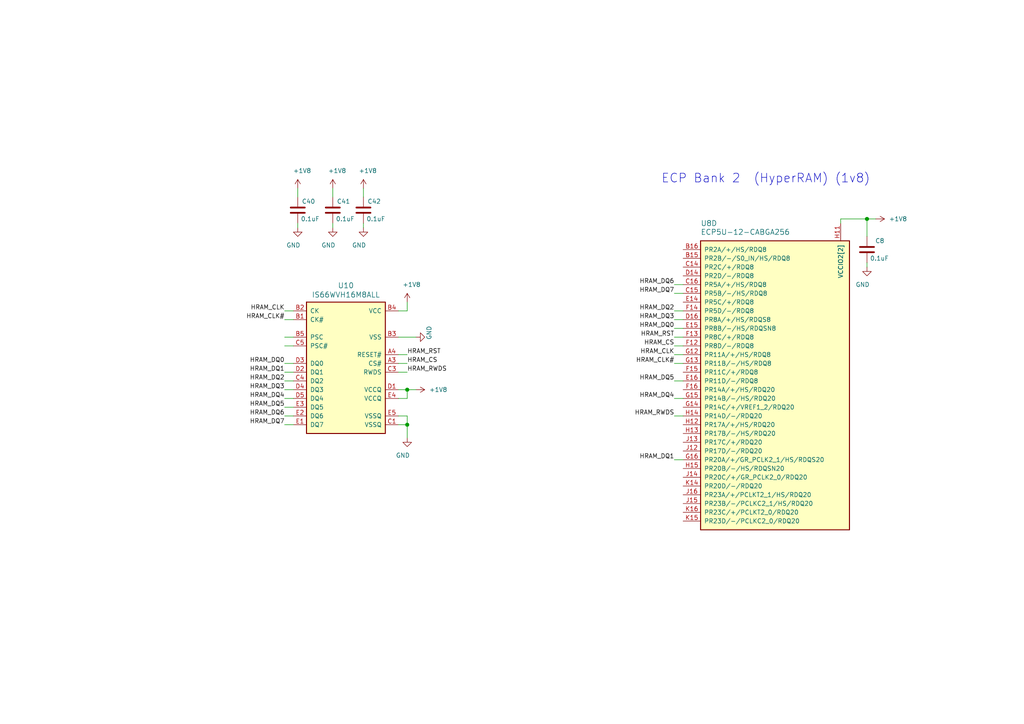
<source format=kicad_sch>
(kicad_sch (version 20201015) (generator eeschema)
  (paper "A4")
  (title_block (title "iCEBreaker+++") (date "2020-12-12") (rev "V0.1") (company "GsD") (comment 1 "2020 (C) GsD  <greg.davill@gmail.com>"))
  (lib_symbols
    (symbol "Device:C" (pin_numbers hide) (pin_names (offset 0.254))
      (property "Reference" "C" (at 0.635 2.54 0))
      (property "Value" "C" (at 0.635 -2.54 0))
      (symbol "C_0_1"
        (polyline (pts (xy -2.032 -0.762) (xy 2.032 -0.762)) (stroke (width 0.508)))
        (polyline (pts (xy -2.032 0.762) (xy 2.032 0.762)) (stroke (width 0.508)))
      )
      (symbol "C_1_1"
        (pin passive line (at 0 3.81 270) (length 2.794) (name "~") (number "1"))
        (pin passive line (at 0 -3.81 90) (length 2.794) (name "~") (number "2"))
      )
    )
    (symbol "gsd-kicad:ECP5U-12-CABGA256" (pin_names (offset 1.016))
      (property "Reference" "U" (at 3.81 6.35 0))
      (property "Value" "ECP5U-12-CABGA256" (at 3.81 3.81 0))
      (symbol "ECP5U-12-CABGA256_1_1"
        (rectangle (start 5.08 17.78) (end 12.7 -10.16) (stroke (width 0.3048)) (fill (type background)))
        (pin power_in line (at 7.62 -15.24 90) (length 5.08) (name "GND[27]") (number "A16"))
        (pin power_in line (at 7.62 -15.24 90) (length 5.08) (name "GND[27]") (number "H16"))
        (pin power_in line (at 7.62 -15.24 90) (length 5.08) (name "GND[27]") (number "T16"))
        (pin power_in line (at 7.62 -15.24 90) (length 5.08) (name "GND[27]") (number "D15"))
        (pin power_in line (at 7.62 -15.24 90) (length 5.08) (name "GND[27]") (number "N15"))
        (pin power_in line (at 7.62 -15.24 90) (length 5.08) (name "GND[27]") (number "T12"))
        (pin power_in line (at 7.62 -15.24 90) (length 5.08) (name "GND[27]") (number "G10"))
        (pin power_in line (at 7.62 -15.24 90) (length 5.08) (name "GND[27]") (number "H10"))
        (pin power_in line (at 7.62 -15.24 90) (length 5.08) (name "GND[27]") (number "J10"))
        (pin power_in line (at 7.62 -15.24 90) (length 5.08) (name "GND[27]") (number "K10"))
        (pin power_in line (at 7.62 -15.24 90) (length 5.08) (name "GND[27]") (number "F9"))
        (pin power_in line (at 7.62 -15.24 90) (length 5.08) (name "GND[27]") (number "H9"))
        (pin power_in line (at 7.62 -15.24 90) (length 5.08) (name "GND[27]") (number "J9"))
        (pin power_in line (at 7.62 -15.24 90) (length 5.08) (name "GND[27]") (number "K9"))
        (pin power_in line (at 7.62 -15.24 90) (length 5.08) (name "GND[27]") (number "F8"))
        (pin power_in line (at 7.62 -15.24 90) (length 5.08) (name "GND[27]") (number "G8"))
        (pin power_in line (at 7.62 -15.24 90) (length 5.08) (name "GND[27]") (number "H8"))
        (pin power_in line (at 7.62 -15.24 90) (length 5.08) (name "GND[27]") (number "J8"))
        (pin power_in line (at 7.62 -15.24 90) (length 5.08) (name "GND[27]") (number "K8"))
        (pin power_in line (at 7.62 -15.24 90) (length 5.08) (name "GND[27]") (number "K7"))
        (pin power_in line (at 7.62 -15.24 90) (length 5.08) (name "GND[27]") (number "K6"))
        (pin power_in line (at 7.62 -15.24 90) (length 5.08) (name "GND[27]") (number "T5"))
        (pin power_in line (at 7.62 -15.24 90) (length 5.08) (name "GND[27]") (number "D2"))
        (pin power_in line (at 7.62 -15.24 90) (length 5.08) (name "GND[27]") (number "N2"))
        (pin power_in line (at 7.62 -15.24 90) (length 5.08) (name "GND[27]") (number "A1"))
        (pin power_in line (at 7.62 -15.24 90) (length 5.08) (name "GND[27]") (number "H1"))
        (pin power_in line (at 7.62 -15.24 90) (length 5.08) (name "GND[27]") (number "T1"))
        (pin power_in line (at 10.16 22.86 270) (length 5.08) (name "VCC[6]") (number "L10"))
        (pin power_in line (at 10.16 22.86 270) (length 5.08) (name "VCC[6]") (number "G9"))
        (pin power_in line (at 10.16 22.86 270) (length 5.08) (name "VCC[6]") (number "L9"))
        (pin power_in line (at 10.16 22.86 270) (length 5.08) (name "VCC[6]") (number "L8"))
        (pin power_in line (at 10.16 22.86 270) (length 5.08) (name "VCC[6]") (number "G7"))
        (pin power_in line (at 10.16 22.86 270) (length 5.08) (name "VCC[6]") (number "G6"))
        (pin power_in line (at 7.62 22.86 270) (length 5.08) (name "VCCAUX[2]") (number "G11"))
        (pin power_in line (at 7.62 22.86 270) (length 5.08) (name "VCCAUX[2]") (number "L7"))
      )
      (symbol "ECP5U-12-CABGA256_2_1"
        (rectangle (start 5.08 2.54) (end 35.56 -60.96) (stroke (width 0.3048)) (fill (type background)))
        (pin bidirectional line (at 0 0 0) (length 5.08) (name "PT4A/+") (number "A2"))
        (pin bidirectional line (at 0 -2.54 0) (length 5.08) (name "PT4B/-") (number "B3"))
        (pin bidirectional line (at 0 -5.08 0) (length 5.08) (name "PT6A/+") (number "A3"))
        (pin bidirectional line (at 0 -7.62 0) (length 5.08) (name "PT6B/-") (number "A4"))
        (pin bidirectional line (at 0 -10.16 0) (length 5.08) (name "PT9A/+") (number "E4"))
        (pin bidirectional line (at 0 -12.7 0) (length 5.08) (name "PT9B/-") (number "D4"))
        (pin bidirectional line (at 0 -15.24 0) (length 5.08) (name "PT11A/+") (number "C4"))
        (pin bidirectional line (at 0 -17.78 0) (length 5.08) (name "PT11B/-") (number "B4"))
        (pin bidirectional line (at 0 -20.32 0) (length 5.08) (name "PT13A/+") (number "E5"))
        (pin bidirectional line (at 0 -22.86 0) (length 5.08) (name "PT13B/-") (number "D5"))
        (pin bidirectional line (at 0 -25.4 0) (length 5.08) (name "PT15A/+") (number "C5"))
        (pin bidirectional line (at 0 -27.94 0) (length 5.08) (name "PT15B/-") (number "B5"))
        (pin bidirectional line (at 0 -30.48 0) (length 5.08) (name "PT18A/+") (number "A5"))
        (pin bidirectional line (at 0 -33.02 0) (length 5.08) (name "PT18B/-") (number "A6"))
        (pin bidirectional line (at 0 -35.56 0) (length 5.08) (name "PT20A/+") (number "E6"))
        (pin bidirectional line (at 0 -38.1 0) (length 5.08) (name "PT20B/-") (number "D6"))
        (pin bidirectional line (at 0 -40.64 0) (length 5.08) (name "PT22A/+") (number "C6"))
        (pin bidirectional line (at 0 -43.18 0) (length 5.08) (name "PT22B/-") (number "B6"))
        (pin bidirectional line (at 0 -45.72 0) (length 5.08) (name "PT24A/+/GR_PCLK0_1") (number "E7"))
        (pin bidirectional line (at 0 -48.26 0) (length 5.08) (name "PT24B/-/GR_PCLK0_0") (number "D7"))
        (pin bidirectional line (at 0 -50.8 0) (length 5.08) (name "PT27A/+/PCLKT0_1") (number "C7"))
        (pin bidirectional line (at 0 -53.34 0) (length 5.08) (name "PT27B/-/PCLKC0_1") (number "B7"))
        (pin bidirectional line (at 0 -55.88 0) (length 5.08) (name "PT29A/+/PCLKT0_0") (number "A7"))
        (pin bidirectional line (at 0 -58.42 0) (length 5.08) (name "PT29B/-/PCLKC0_0") (number "A8"))
        (pin power_in line (at 33.02 7.62 270) (length 5.08) (name "VCCIO0[2]") (number "F7"))
        (pin power_in line (at 33.02 7.62 270) (length 5.08) (name "VCCIO0[2]") (number "F6"))
      )
      (symbol "ECP5U-12-CABGA256_3_1"
        (rectangle (start 5.08 2.54) (end 35.56 -81.28) (stroke (width 0.3048)) (fill (type background)))
        (pin bidirectional line (at 0 0 0) (length 5.08) (name "PT33A/+/PCLKT1_1") (number "E8"))
        (pin bidirectional line (at 0 -2.54 0) (length 5.08) (name "PT33B/-/PCLKC1_1") (number "D8"))
        (pin bidirectional line (at 0 -5.08 0) (length 5.08) (name "PT35A/+/PCLKT1_0") (number "C8"))
        (pin bidirectional line (at 0 -7.62 0) (length 5.08) (name "PT35B/-/PCLKC1_0") (number "B8"))
        (pin bidirectional line (at 0 -10.16 0) (length 5.08) (name "PT38A/+/GR_PCLK1_0") (number "B9"))
        (pin bidirectional line (at 0 -12.7 0) (length 5.08) (name "PT38B/-/GR_PCLK1_1") (number "C9"))
        (pin bidirectional line (at 0 -15.24 0) (length 5.08) (name "PT40A/+") (number "D9"))
        (pin bidirectional line (at 0 -17.78 0) (length 5.08) (name "PT40B/-") (number "E9"))
        (pin bidirectional line (at 0 -20.32 0) (length 5.08) (name "PT42A/+") (number "A9"))
        (pin bidirectional line (at 0 -22.86 0) (length 5.08) (name "PT42B/-") (number "A10"))
        (pin bidirectional line (at 0 -25.4 0) (length 5.08) (name "PT44A/+") (number "B10"))
        (pin bidirectional line (at 0 -27.94 0) (length 5.08) (name "PT44B/-") (number "C10"))
        (pin bidirectional line (at 0 -30.48 0) (length 5.08) (name "PT47A/+") (number "D10"))
        (pin bidirectional line (at 0 -33.02 0) (length 5.08) (name "PT47B/-") (number "E10"))
        (pin bidirectional line (at 0 -35.56 0) (length 5.08) (name "PT49A/+") (number "B11"))
        (pin bidirectional line (at 0 -38.1 0) (length 5.08) (name "PT49B/-") (number "C11"))
        (pin bidirectional line (at 0 -40.64 0) (length 5.08) (name "PT51A/+") (number "D11"))
        (pin bidirectional line (at 0 -43.18 0) (length 5.08) (name "PT51B/-") (number "E11"))
        (pin bidirectional line (at 0 -45.72 0) (length 5.08) (name "PT53A/+") (number "A11"))
        (pin bidirectional line (at 0 -48.26 0) (length 5.08) (name "PT53B/-") (number "A12"))
        (pin bidirectional line (at 0 -50.8 0) (length 5.08) (name "PT56A/+") (number "B12"))
        (pin bidirectional line (at 0 -53.34 0) (length 5.08) (name "PT56B/-") (number "C12"))
        (pin bidirectional line (at 0 -55.88 0) (length 5.08) (name "PT58A/+") (number "D12"))
        (pin bidirectional line (at 0 -58.42 0) (length 5.08) (name "PT58B/-") (number "E12"))
        (pin bidirectional line (at 0 -60.96 0) (length 5.08) (name "PT60A/+") (number "B13"))
        (pin bidirectional line (at 0 -63.5 0) (length 5.08) (name "PT60B/-") (number "C13"))
        (pin bidirectional line (at 0 -66.04 0) (length 5.08) (name "PT62A/+") (number "D13"))
        (pin bidirectional line (at 0 -68.58 0) (length 5.08) (name "PT62B/-") (number "E13"))
        (pin bidirectional line (at 0 -71.12 0) (length 5.08) (name "PT65A/+") (number "A13"))
        (pin bidirectional line (at 0 -73.66 0) (length 5.08) (name "PT65B/-") (number "A14"))
        (pin bidirectional line (at 0 -76.2 0) (length 5.08) (name "PT67A/+") (number "B14"))
        (pin bidirectional line (at 0 -78.74 0) (length 5.08) (name "PT67B/-") (number "A15"))
        (pin power_in line (at 33.02 7.62 270) (length 5.08) (name "VCCIO1[2]") (number "F11"))
        (pin power_in line (at 33.02 7.62 270) (length 5.08) (name "VCCIO1[2]") (number "F10"))
      )
      (symbol "ECP5U-12-CABGA256_4_1"
        (rectangle (start 5.08 2.54) (end 48.26 -81.28) (stroke (width 0.3048)) (fill (type background)))
        (pin bidirectional line (at 0 0 0) (length 5.08) (name "PR2A/+/HS/RDQ8") (number "B16"))
        (pin bidirectional line (at 0 -2.54 0) (length 5.08) (name "PR2B/-/S0_IN/HS/RDQ8") (number "B15"))
        (pin bidirectional line (at 0 -5.08 0) (length 5.08) (name "PR2C/+/RDQ8") (number "C14"))
        (pin bidirectional line (at 0 -7.62 0) (length 5.08) (name "PR2D/-/RDQ8") (number "D14"))
        (pin bidirectional line (at 0 -10.16 0) (length 5.08) (name "PR5A/+/HS/RDQ8") (number "C16"))
        (pin bidirectional line (at 0 -12.7 0) (length 5.08) (name "PR5B/-/HS/RDQ8") (number "C15"))
        (pin bidirectional line (at 0 -15.24 0) (length 5.08) (name "PR5C/+/RDQ8") (number "E14"))
        (pin bidirectional line (at 0 -17.78 0) (length 5.08) (name "PR5D/-/RDQ8") (number "F14"))
        (pin bidirectional line (at 0 -20.32 0) (length 5.08) (name "PR8A/+/HS/RDQS8") (number "D16"))
        (pin bidirectional line (at 0 -22.86 0) (length 5.08) (name "PR8B/-/HS/RDQSN8") (number "E15"))
        (pin bidirectional line (at 0 -25.4 0) (length 5.08) (name "PR8C/+/RDQ8") (number "F13"))
        (pin bidirectional line (at 0 -27.94 0) (length 5.08) (name "PR8D/-/RDQ8") (number "F12"))
        (pin bidirectional line (at 0 -30.48 0) (length 5.08) (name "PR11A/+/HS/RDQ8") (number "G12"))
        (pin bidirectional line (at 0 -33.02 0) (length 5.08) (name "PR11B/-/HS/RDQ8") (number "G13"))
        (pin bidirectional line (at 0 -35.56 0) (length 5.08) (name "PR11C/+/RDQ8") (number "F15"))
        (pin bidirectional line (at 0 -38.1 0) (length 5.08) (name "PR11D/-/RDQ8") (number "E16"))
        (pin bidirectional line (at 0 -40.64 0) (length 5.08) (name "PR14A/+/HS/RDQ20") (number "F16"))
        (pin bidirectional line (at 0 -43.18 0) (length 5.08) (name "PR14B/-/HS/RDQ20") (number "G15"))
        (pin bidirectional line (at 0 -45.72 0) (length 5.08) (name "PR14C/+/VREF1_2/RDQ20") (number "G14"))
        (pin bidirectional line (at 0 -48.26 0) (length 5.08) (name "PR14D/-/RDQ20") (number "H14"))
        (pin bidirectional line (at 0 -50.8 0) (length 5.08) (name "PR17A/+/HS/RDQ20") (number "H12"))
        (pin bidirectional line (at 0 -53.34 0) (length 5.08) (name "PR17B/-/HS/RDQ20") (number "H13"))
        (pin bidirectional line (at 0 -55.88 0) (length 5.08) (name "PR17C/+/RDQ20") (number "J13"))
        (pin bidirectional line (at 0 -58.42 0) (length 5.08) (name "PR17D/-/RDQ20") (number "J12"))
        (pin bidirectional line (at 0 -60.96 0) (length 5.08) (name "PR20A/+/GR_PCLK2_1/HS/RDQS20") (number "G16"))
        (pin bidirectional line (at 0 -63.5 0) (length 5.08) (name "PR20B/-/HS/RDQSN20") (number "H15"))
        (pin bidirectional line (at 0 -66.04 0) (length 5.08) (name "PR20C/+/GR_PCLK2_0/RDQ20") (number "J14"))
        (pin bidirectional line (at 0 -68.58 0) (length 5.08) (name "PR20D/-/RDQ20") (number "K14"))
        (pin bidirectional line (at 0 -71.12 0) (length 5.08) (name "PR23A/+/PCLKT2_1/HS/RDQ20") (number "J16"))
        (pin bidirectional line (at 0 -73.66 0) (length 5.08) (name "PR23B/-/PCLKC2_1/HS/RDQ20") (number "J15"))
        (pin bidirectional line (at 0 -76.2 0) (length 5.08) (name "PR23C/+/PCLKT2_0/RDQ20") (number "K16"))
        (pin bidirectional line (at 0 -78.74 0) (length 5.08) (name "PR23D/-/PCLKC2_0/RDQ20") (number "K15"))
        (pin power_in line (at 45.72 7.62 270) (length 5.08) (name "VCCIO2[2]") (number "H11"))
        (pin power_in line (at 45.72 7.62 270) (length 5.08) (name "VCCIO2[2]") (number "J11"))
      )
      (symbol "ECP5U-12-CABGA256_5_1"
        (rectangle (start 5.08 2.54) (end 48.26 -81.28) (stroke (width 0.3048)) (fill (type background)))
        (pin bidirectional line (at 0 0 0) (length 5.08) (name "PR26A/+/PCLKT3_1/HS/RDQ32") (number "L16"))
        (pin bidirectional line (at 0 -2.54 0) (length 5.08) (name "PR26B/-/PCLKC3_1/HS/RDQ32") (number "L15"))
        (pin bidirectional line (at 0 -5.08 0) (length 5.08) (name "PR26C/+/PCLKT3_0/RDQ32") (number "M16"))
        (pin bidirectional line (at 0 -7.62 0) (length 5.08) (name "PR26D/-/PCLKC3_0/RDQ32") (number "M15"))
        (pin bidirectional line (at 0 -10.16 0) (length 5.08) (name "PR29A/+/GR_PCLK3_0/HS/RDQ32") (number "K13"))
        (pin bidirectional line (at 0 -12.7 0) (length 5.08) (name "PR29B/-/HS/RDQ32") (number "K12"))
        (pin bidirectional line (at 0 -15.24 0) (length 5.08) (name "PR29C/+/GR_PCLK3_1/RDQ32") (number "L13"))
        (pin bidirectional line (at 0 -17.78 0) (length 5.08) (name "PR29D/-/RDQ32") (number "L12"))
        (pin bidirectional line (at 0 -20.32 0) (length 5.08) (name "PR32A/+/HS/RDQS32") (number "N16"))
        (pin bidirectional line (at 0 -22.86 0) (length 5.08) (name "PR32B/-/HS/RDQSN32") (number "P15"))
        (pin bidirectional line (at 0 -25.4 0) (length 5.08) (name "PR32C/+/RDQ32") (number "L14"))
        (pin bidirectional line (at 0 -27.94 0) (length 5.08) (name "PR32D/-/RDQ32") (number "M14"))
        (pin bidirectional line (at 0 -30.48 0) (length 5.08) (name "PR35A/+/HS/RDQ32") (number "P16"))
        (pin bidirectional line (at 0 -33.02 0) (length 5.08) (name "PR35B/-/VREF1_3/HS/RDQ32") (number "R16"))
        (pin bidirectional line (at 0 -35.56 0) (length 5.08) (name "PR35C/+/RDQ32") (number "M13"))
        (pin bidirectional line (at 0 -38.1 0) (length 5.08) (name "PR35D/-/RDQ32") (number "N14"))
        (pin bidirectional line (at 0 -40.64 0) (length 5.08) (name "PR38A/+/HS/RDQ44") (number "N13"))
        (pin bidirectional line (at 0 -43.18 0) (length 5.08) (name "PR38B/-/HS/RDQ44") (number "P14"))
        (pin bidirectional line (at 0 -45.72 0) (length 5.08) (name "PR38C/+/RDQ44") (number "R15"))
        (pin bidirectional line (at 0 -48.26 0) (length 5.08) (name "PR38D/-/RDQ44") (number "T15"))
        (pin bidirectional line (at 0 -50.8 0) (length 5.08) (name "PR41A/+/HS/RDQ44") (number "P13"))
        (pin bidirectional line (at 0 -53.34 0) (length 5.08) (name "PR41B/-/HS/RDQ44") (number "R14"))
        (pin bidirectional line (at 0 -55.88 0) (length 5.08) (name "PR41C/+/RDQ44") (number "R13"))
        (pin bidirectional line (at 0 -58.42 0) (length 5.08) (name "PR41D/-/RDQ44") (number "T14"))
        (pin bidirectional line (at 0 -60.96 0) (length 5.08) (name "PR44A/+/HS/RDQS44") (number "R12"))
        (pin bidirectional line (at 0 -63.5 0) (length 5.08) (name "PR44B/-/HS/RDQSN44") (number "T13"))
        (pin bidirectional line (at 0 -66.04 0) (length 5.08) (name "PR44C/+/RDQ44") (number "M12"))
        (pin bidirectional line (at 0 -68.58 0) (length 5.08) (name "PR44D/-/RDQ44") (number "N12"))
        (pin bidirectional line (at 0 -71.12 0) (length 5.08) (name "PR47A/+/HS/RDQ44") (number "M11"))
        (pin bidirectional line (at 0 -73.66 0) (length 5.08) (name "PR47B/-/HS/RDQ44") (number "N11"))
        (pin bidirectional line (at 0 -76.2 0) (length 5.08) (name "PR47C/+/LRC_GPLL0T_IN/RDQ44") (number "P11"))
        (pin bidirectional line (at 0 -78.74 0) (length 5.08) (name "PR47D/-/LRC_GPLL0C_IN/RDQ44") (number "P12"))
        (pin power_in line (at 45.72 7.62 270) (length 5.08) (name "VCCIO3[2]") (number "K11"))
        (pin power_in line (at 45.72 7.62 270) (length 5.08) (name "VCCIO3[2]") (number "L11"))
      )
      (symbol "ECP5U-12-CABGA256_6_1"
        (rectangle (start 5.08 2.54) (end 48.26 -81.28) (stroke (width 0.3048)) (fill (type background)))
        (pin bidirectional line (at 0 0 0) (length 5.08) (name "PL26A/+/PCLKT6_1/HS/LDQ32") (number "L1"))
        (pin bidirectional line (at 0 -2.54 0) (length 5.08) (name "PL26B/-/PCLKC6_1/HS/LDQ32") (number "L2"))
        (pin bidirectional line (at 0 -5.08 0) (length 5.08) (name "PL26C/+/PCLKT6_0/LDQ32") (number "M1"))
        (pin bidirectional line (at 0 -7.62 0) (length 5.08) (name "PL26D/-/PCLKC6_0/LDQ32") (number "M2"))
        (pin bidirectional line (at 0 -10.16 0) (length 5.08) (name "PL29A/+/GR_PCLK6_0/HS/LDQ32") (number "K4"))
        (pin bidirectional line (at 0 -12.7 0) (length 5.08) (name "PL29B/-/HS/LDQ32") (number "K5"))
        (pin bidirectional line (at 0 -15.24 0) (length 5.08) (name "PL29C/+/GR_PCLK6_1/LDQ32") (number "L4"))
        (pin bidirectional line (at 0 -17.78 0) (length 5.08) (name "PL29D/-/LDQ32") (number "L5"))
        (pin bidirectional line (at 0 -20.32 0) (length 5.08) (name "PL32A/+/HS/LDQS32") (number "N1"))
        (pin bidirectional line (at 0 -22.86 0) (length 5.08) (name "PL32B/-/HS/LDQSN32") (number "P2"))
        (pin bidirectional line (at 0 -25.4 0) (length 5.08) (name "PL32C/+/LDQ32") (number "L3"))
        (pin bidirectional line (at 0 -27.94 0) (length 5.08) (name "PL32D/-/LDQ32") (number "M3"))
        (pin bidirectional line (at 0 -30.48 0) (length 5.08) (name "PL35A/+/HS/LDQ32") (number "P1"))
        (pin bidirectional line (at 0 -33.02 0) (length 5.08) (name "PL35B/-/VREF1_6/HS/LDQ32") (number "R1"))
        (pin bidirectional line (at 0 -35.56 0) (length 5.08) (name "PL35C/+/LDQ32") (number "M4"))
        (pin bidirectional line (at 0 -38.1 0) (length 5.08) (name "PL35D/-/LDQ32") (number "N3"))
        (pin bidirectional line (at 0 -40.64 0) (length 5.08) (name "PL38A/+/HS/LDQ44") (number "N4"))
        (pin bidirectional line (at 0 -43.18 0) (length 5.08) (name "PL38B/-/HS/LDQ44") (number "P3"))
        (pin bidirectional line (at 0 -45.72 0) (length 5.08) (name "PL38C/+/LDQ44") (number "R2"))
        (pin bidirectional line (at 0 -48.26 0) (length 5.08) (name "PL38D/-/LDQ44") (number "T2"))
        (pin bidirectional line (at 0 -50.8 0) (length 5.08) (name "PL41A/+/HS/LDQ44") (number "P4"))
        (pin bidirectional line (at 0 -53.34 0) (length 5.08) (name "PL41B/-/HS/LDQ44") (number "R3"))
        (pin bidirectional line (at 0 -55.88 0) (length 5.08) (name "PL41C/+/LDQ44") (number "R4"))
        (pin bidirectional line (at 0 -58.42 0) (length 5.08) (name "PL41D/-/LDQ44") (number "T3"))
        (pin bidirectional line (at 0 -60.96 0) (length 5.08) (name "PL44A/+/HS/LDQS44") (number "R5"))
        (pin bidirectional line (at 0 -63.5 0) (length 5.08) (name "PL44B/-/HS/LDQSN44") (number "T4"))
        (pin bidirectional line (at 0 -66.04 0) (length 5.08) (name "PL44C/+/LDQ44") (number "M5"))
        (pin bidirectional line (at 0 -68.58 0) (length 5.08) (name "PL44D/-/LDQ44") (number "N5"))
        (pin bidirectional line (at 0 -71.12 0) (length 5.08) (name "PL47A/+/HS/LDQ44") (number "M6"))
        (pin bidirectional line (at 0 -73.66 0) (length 5.08) (name "PL47B/-/HS/LDQ44") (number "N6"))
        (pin bidirectional line (at 0 -76.2 0) (length 5.08) (name "PL47C/+/LLC_GPLL0T_IN/LDQ44") (number "P6"))
        (pin bidirectional line (at 0 -78.74 0) (length 5.08) (name "PL47D/-/LLC_GPLL0C_IN/LDQ44") (number "P5"))
        (pin power_in line (at 45.72 7.62 270) (length 5.08) (name "VCCIO6[2]") (number "J7"))
        (pin power_in line (at 45.72 7.62 270) (length 5.08) (name "VCCIO6[2]") (number "J6"))
      )
      (symbol "ECP5U-12-CABGA256_7_1"
        (rectangle (start 5.08 2.54) (end 48.26 -81.28) (stroke (width 0.3048)) (fill (type background)))
        (pin bidirectional line (at 0 0 0) (length 5.08) (name "PL2A/+/HS/LDQ8") (number "B1"))
        (pin bidirectional line (at 0 -2.54 0) (length 5.08) (name "PL2B/-/HS/LDQ8") (number "B2"))
        (pin bidirectional line (at 0 -5.08 0) (length 5.08) (name "PL2C/+/LDQ8") (number "C3"))
        (pin bidirectional line (at 0 -7.62 0) (length 5.08) (name "PL2D/-/LDQ8") (number "D3"))
        (pin bidirectional line (at 0 -10.16 0) (length 5.08) (name "PL5A/+/HS/LDQ8") (number "C1"))
        (pin bidirectional line (at 0 -12.7 0) (length 5.08) (name "PL5B/-/HS/LDQ8") (number "C2"))
        (pin bidirectional line (at 0 -15.24 0) (length 5.08) (name "PL5C/+/LDQ8") (number "E3"))
        (pin bidirectional line (at 0 -17.78 0) (length 5.08) (name "PL5D/-/LDQ8") (number "F3"))
        (pin bidirectional line (at 0 -20.32 0) (length 5.08) (name "PL8A/+/HS/LDQS8") (number "D1"))
        (pin bidirectional line (at 0 -22.86 0) (length 5.08) (name "PL8B/-/HS/LDQSN8") (number "E2"))
        (pin bidirectional line (at 0 -25.4 0) (length 5.08) (name "PL8C/+/LDQ8") (number "F4"))
        (pin bidirectional line (at 0 -27.94 0) (length 5.08) (name "PL8D/-/LDQ8") (number "F5"))
        (pin bidirectional line (at 0 -30.48 0) (length 5.08) (name "PL11A/+/HS/LDQ8") (number "G5"))
        (pin bidirectional line (at 0 -33.02 0) (length 5.08) (name "PL11B/-/HS/LDQ8") (number "G4"))
        (pin bidirectional line (at 0 -35.56 0) (length 5.08) (name "PL11C/+/LDQ8") (number "F2"))
        (pin bidirectional line (at 0 -38.1 0) (length 5.08) (name "PL11D/-/LDQ8") (number "E1"))
        (pin bidirectional line (at 0 -40.64 0) (length 5.08) (name "PL14A/+/HS/LDQ20") (number "F1"))
        (pin bidirectional line (at 0 -43.18 0) (length 5.08) (name "PL14B/-/HS/LDQ20") (number "G2"))
        (pin bidirectional line (at 0 -45.72 0) (length 5.08) (name "PL14C/+/VREF1_7/LDQ20") (number "G3"))
        (pin bidirectional line (at 0 -48.26 0) (length 5.08) (name "PL14D/-/LDQ20") (number "H3"))
        (pin bidirectional line (at 0 -50.8 0) (length 5.08) (name "PL17A/+/HS/LDQ20") (number "H5"))
        (pin bidirectional line (at 0 -53.34 0) (length 5.08) (name "PL17B/-/HS/LDQ20") (number "H4"))
        (pin bidirectional line (at 0 -55.88 0) (length 5.08) (name "PL17C/+/LDQ20") (number "J4"))
        (pin bidirectional line (at 0 -58.42 0) (length 5.08) (name "PL17D/-/LDQ20") (number "J5"))
        (pin bidirectional line (at 0 -60.96 0) (length 5.08) (name "PL20A/+/GR_PCLK7_1/HS/LDQS20") (number "G1"))
        (pin bidirectional line (at 0 -63.5 0) (length 5.08) (name "PL20B/-/HS/LDQSN20") (number "H2"))
        (pin bidirectional line (at 0 -66.04 0) (length 5.08) (name "PL20C/+/GR_PCLK7_0/LDQ20") (number "J3"))
        (pin bidirectional line (at 0 -68.58 0) (length 5.08) (name "PL20D/-/LDQ20") (number "K3"))
        (pin bidirectional line (at 0 -71.12 0) (length 5.08) (name "PL23A/+/PCLKT7_1/HS/LDQ20") (number "J1"))
        (pin bidirectional line (at 0 -73.66 0) (length 5.08) (name "PL23B/-/PCLKC7_1/HS/LDQ20") (number "J2"))
        (pin bidirectional line (at 0 -76.2 0) (length 5.08) (name "PL23C/+/PCLKT7_0/LDQ20") (number "K1"))
        (pin bidirectional line (at 0 -78.74 0) (length 5.08) (name "PL23D/-/PCLKC7_0/LDQ20") (number "K2"))
        (pin power_in line (at 45.72 7.62 270) (length 5.08) (name "VCCIO7[2]") (number "H7"))
        (pin power_in line (at 45.72 7.62 270) (length 5.08) (name "VCCIO7[2]") (number "H6"))
      )
      (symbol "ECP5U-12-CABGA256_8_1"
        (rectangle (start 5.08 2.54) (end 53.34 -50.8) (stroke (width 0.3048)) (fill (type background)))
        (pin bidirectional line (at 0 0 0) (length 5.08) (name "CCLK/MCLK/SCK") (number "N9"))
        (pin bidirectional line (at 0 -2.54 0) (length 5.08) (name "CFG_0") (number "N10"))
        (pin bidirectional line (at 0 -5.08 0) (length 5.08) (name "CFG_1") (number "P10"))
        (pin bidirectional line (at 0 -7.62 0) (length 5.08) (name "CFG_2") (number "R10"))
        (pin bidirectional line (at 0 -10.16 0) (length 5.08) (name "DONE") (number "P9"))
        (pin bidirectional line (at 0 -12.7 0) (length 5.08) (name "INITN") (number "T9"))
        (pin bidirectional line (at 0 -15.24 0) (length 5.08) (name "PB4A/+/D7/IO7") (number "T6"))
        (pin bidirectional line (at 0 -17.78 0) (length 5.08) (name "PB4B/-/D6/IO6") (number "R6"))
        (pin bidirectional line (at 0 -20.32 0) (length 5.08) (name "PB6A/+/D5/MISO2/IO5") (number "R7"))
        (pin bidirectional line (at 0 -22.86 0) (length 5.08) (name "PB6B/-/D4/MOSI2/IO4") (number "P7"))
        (pin bidirectional line (at 0 -25.4 0) (length 5.08) (name "PB9A/+/D3/IO3") (number "N7"))
        (pin bidirectional line (at 0 -27.94 0) (length 5.08) (name "PB9B/-/D2/IO2") (number "M7"))
        (pin bidirectional line (at 0 -30.48 0) (length 5.08) (name "PB11A/+/D1/MISO/IO1") (number "T7"))
        (pin bidirectional line (at 0 -33.02 0) (length 5.08) (name "PB11B/-/D0/MOSI/IO0") (number "T8"))
        (pin bidirectional line (at 0 -35.56 0) (length 5.08) (name "PB13A/+/SN/CSN") (number "R8"))
        (pin bidirectional line (at 0 -38.1 0) (length 5.08) (name "PB13B/-/CS1N") (number "P8"))
        (pin bidirectional line (at 0 -40.64 0) (length 5.08) (name "PB15A/+/HOLDN/DI/BUSY/CSSPIN/CEN") (number "N8"))
        (pin bidirectional line (at 0 -43.18 0) (length 5.08) (name "PB15B/-/DOUT/CSON") (number "M8"))
        (pin bidirectional line (at 0 -45.72 0) (length 5.08) (name "PB18A/WRITEN") (number "M9"))
        (pin bidirectional line (at 0 -48.26 0) (length 5.08) (name "PROGRAMN") (number "R9"))
        (pin power_in line (at 50.8 7.62 270) (length 5.08) (name "VCCIO8") (number "L6"))
      )
      (symbol "ECP5U-12-CABGA256_9_1"
        (rectangle (start 5.08 2.54) (end 12.7 -10.16) (stroke (width 0.3048)) (fill (type background)))
        (pin bidirectional line (at 0 0 0) (length 5.08) (name "TCK") (number "T10"))
        (pin bidirectional line (at 0 -2.54 0) (length 5.08) (name "TDI") (number "R11"))
        (pin bidirectional line (at 0 -5.08 0) (length 5.08) (name "TDO") (number "M10"))
        (pin bidirectional line (at 0 -7.62 0) (length 5.08) (name "TMS") (number "T11"))
      )
    )
    (symbol "gsd-kicad:IS66WVH16M8ALL" (pin_names (offset 1.016))
      (property "Reference" "U" (at 0 24.13 0))
      (property "Value" "IS66WVH16M8ALL" (at 0 21.59 0))
      (symbol "IS66WVH16M8ALL_1_0"
        (rectangle (start -11.43 19.05) (end 11.43 -19.05) (stroke (width 0.3048)) (fill (type background)))
      )
      (symbol "IS66WVH16M8ALL_1_1"
        (pin input line (at 15.24 1.27 180) (length 3.81) (name "CS#") (number "A3"))
        (pin input line (at 15.24 3.81 180) (length 3.81) (name "RESET#") (number "A4"))
        (pin input line (at -15.24 13.97 0) (length 3.81) (name "CK#") (number "B1"))
        (pin input line (at -15.24 16.51 0) (length 3.81) (name "CK") (number "B2"))
        (pin input line (at 15.24 8.89 180) (length 3.81) (name "VSS") (number "B3"))
        (pin input line (at 15.24 16.51 180) (length 3.81) (name "VCC") (number "B4"))
        (pin input line (at -15.24 8.89 0) (length 3.81) (name "PSC") (number "B5"))
        (pin input line (at 15.24 -16.51 180) (length 3.81) (name "VSSQ") (number "C1"))
        (pin input line (at 15.24 -1.27 180) (length 3.81) (name "RWDS") (number "C3"))
        (pin input line (at -15.24 -3.81 0) (length 3.81) (name "DQ2") (number "C4"))
        (pin input line (at -15.24 6.35 0) (length 3.81) (name "PSC#") (number "C5"))
        (pin input line (at 15.24 -6.35 180) (length 3.81) (name "VCCQ") (number "D1"))
        (pin input line (at -15.24 -1.27 0) (length 3.81) (name "DQ1") (number "D2"))
        (pin input line (at -15.24 1.27 0) (length 3.81) (name "DQ0") (number "D3"))
        (pin input line (at -15.24 -6.35 0) (length 3.81) (name "DQ3") (number "D4"))
        (pin input line (at -15.24 -8.89 0) (length 3.81) (name "DQ4") (number "D5"))
        (pin input line (at -15.24 -16.51 0) (length 3.81) (name "DQ7") (number "E1"))
        (pin input line (at -15.24 -13.97 0) (length 3.81) (name "DQ6") (number "E2"))
        (pin input line (at -15.24 -11.43 0) (length 3.81) (name "DQ5") (number "E3"))
        (pin input line (at 15.24 -8.89 180) (length 3.81) (name "VCCQ") (number "E4"))
        (pin input line (at 15.24 -13.97 180) (length 3.81) (name "VSSQ") (number "E5"))
      )
    )
    (symbol "power:+1V8" (power) (pin_names (offset 0))
      (property "Value" "+1V8" (at 0 3.556 0))
      (symbol "+1V8_0_1"
        (polyline (pts (xy -0.762 1.27) (xy 0 2.54)))
        (polyline (pts (xy 0 0) (xy 0 2.54)))
        (polyline (pts (xy 0 2.54) (xy 0.762 1.27)))
      )
      (symbol "+1V8_1_1"
        (pin power_in line (at 0 0 90) (length 0) hide (name "+1V8") (number "1"))
      )
    )
    (symbol "power:GND" (power) (pin_names (offset 0))
      (property "Value" "GND" (at 0 -3.81 0))
      (symbol "GND_0_1"
        (polyline (pts (xy 0 0) (xy 0 -1.27) (xy 1.27 -1.27) (xy 0 -2.54) (xy -1.27 -1.27) (xy 0 -1.27)))
      )
      (symbol "GND_1_1"
        (pin power_in line (at 0 0 270) (length 0) hide (name "GND") (number "1"))
      )
    )
  )
  (junction (at 118.11 113.03) (diameter 1.016))
  (junction (at 118.11 123.19) (diameter 1.016))
  (junction (at 251.46 63.5) (diameter 1.016))
  (wire (pts (xy 82.55 90.17) (xy 85.09 90.17)))
  (wire (pts (xy 82.55 92.71) (xy 85.09 92.71)))
  (wire (pts (xy 82.55 97.79) (xy 85.09 97.79)))
  (wire (pts (xy 82.55 100.33) (xy 85.09 100.33)))
  (wire (pts (xy 82.55 105.41) (xy 85.09 105.41)))
  (wire (pts (xy 82.55 107.95) (xy 85.09 107.95)))
  (wire (pts (xy 82.55 110.49) (xy 85.09 110.49)))
  (wire (pts (xy 82.55 113.03) (xy 85.09 113.03)))
  (wire (pts (xy 82.55 115.57) (xy 85.09 115.57)))
  (wire (pts (xy 82.55 118.11) (xy 85.09 118.11)))
  (wire (pts (xy 82.55 120.65) (xy 85.09 120.65)))
  (wire (pts (xy 82.55 123.19) (xy 85.09 123.19)))
  (wire (pts (xy 86.36 54.61) (xy 86.36 57.15)))
  (wire (pts (xy 86.36 64.77) (xy 86.36 66.04)))
  (wire (pts (xy 96.52 54.61) (xy 96.52 57.15)))
  (wire (pts (xy 96.52 64.77) (xy 96.52 66.04)))
  (wire (pts (xy 105.41 54.61) (xy 105.41 57.15)))
  (wire (pts (xy 105.41 64.77) (xy 105.41 66.04)))
  (wire (pts (xy 115.57 90.17) (xy 118.11 90.17)))
  (wire (pts (xy 115.57 97.79) (xy 120.65 97.79)))
  (wire (pts (xy 115.57 102.87) (xy 118.11 102.87)))
  (wire (pts (xy 115.57 105.41) (xy 118.11 105.41)))
  (wire (pts (xy 115.57 107.95) (xy 118.11 107.95)))
  (wire (pts (xy 115.57 115.57) (xy 118.11 115.57)))
  (wire (pts (xy 115.57 120.65) (xy 118.11 120.65)))
  (wire (pts (xy 115.57 123.19) (xy 118.11 123.19)))
  (wire (pts (xy 118.11 90.17) (xy 118.11 87.63)))
  (wire (pts (xy 118.11 113.03) (xy 115.57 113.03)))
  (wire (pts (xy 118.11 115.57) (xy 118.11 113.03)))
  (wire (pts (xy 118.11 120.65) (xy 118.11 123.19)))
  (wire (pts (xy 118.11 123.19) (xy 118.11 127)))
  (wire (pts (xy 120.65 113.03) (xy 118.11 113.03)))
  (wire (pts (xy 195.58 82.55) (xy 198.12 82.55)))
  (wire (pts (xy 195.58 85.09) (xy 198.12 85.09)))
  (wire (pts (xy 195.58 90.17) (xy 198.12 90.17)))
  (wire (pts (xy 195.58 92.71) (xy 198.12 92.71)))
  (wire (pts (xy 195.58 95.25) (xy 198.12 95.25)))
  (wire (pts (xy 195.58 100.33) (xy 198.12 100.33)))
  (wire (pts (xy 195.58 102.87) (xy 198.12 102.87)))
  (wire (pts (xy 195.58 105.41) (xy 198.12 105.41)))
  (wire (pts (xy 195.58 115.57) (xy 198.12 115.57)))
  (wire (pts (xy 195.58 133.35) (xy 198.12 133.35)))
  (wire (pts (xy 198.12 97.79) (xy 195.58 97.79)))
  (wire (pts (xy 198.12 110.49) (xy 195.58 110.49)))
  (wire (pts (xy 198.12 120.65) (xy 195.58 120.65)))
  (wire (pts (xy 243.84 64.77) (xy 243.84 63.5)))
  (wire (pts (xy 251.46 63.5) (xy 243.84 63.5)))
  (wire (pts (xy 251.46 63.5) (xy 251.46 68.58)))
  (wire (pts (xy 251.46 76.2) (xy 251.46 77.47)))
  (wire (pts (xy 254 63.5) (xy 251.46 63.5)))
  (text "ECP Bank 2  (HyperRAM) (1v8)" (at 191.77 53.34 0) (effects (font (size 2.54 2.54)) (justify left bottom)))
  (label "HRAM_CLK" (at 82.55 90.17 180))
  (label "HRAM_CLK#" (at 82.55 92.71 180))
  (label "HRAM_DQ0" (at 82.55 105.41 180))
  (label "HRAM_DQ1" (at 82.55 107.95 180))
  (label "HRAM_DQ2" (at 82.55 110.49 180))
  (label "HRAM_DQ3" (at 82.55 113.03 180))
  (label "HRAM_DQ4" (at 82.55 115.57 180))
  (label "HRAM_DQ5" (at 82.55 118.11 180))
  (label "HRAM_DQ6" (at 82.55 120.65 180))
  (label "HRAM_DQ7" (at 82.55 123.19 180))
  (label "HRAM_RST" (at 118.11 102.87 0))
  (label "HRAM_CS" (at 118.11 105.41 0))
  (label "HRAM_RWDS" (at 118.11 107.95 0))
  (label "HRAM_DQ6" (at 195.58 82.55 180))
  (label "HRAM_DQ7" (at 195.58 85.09 180))
  (label "HRAM_DQ2" (at 195.58 90.17 180))
  (label "HRAM_DQ3" (at 195.58 92.71 180))
  (label "HRAM_DQ0" (at 195.58 95.25 180))
  (label "HRAM_RST" (at 195.58 97.79 180))
  (label "HRAM_CS" (at 195.58 100.33 180))
  (label "HRAM_CLK" (at 195.58 102.87 180))
  (label "HRAM_CLK#" (at 195.58 105.41 180))
  (label "HRAM_DQ5" (at 195.58 110.49 180))
  (label "HRAM_DQ4" (at 195.58 115.57 180))
  (label "HRAM_RWDS" (at 195.58 120.65 180))
  (label "HRAM_DQ1" (at 195.58 133.35 180))
  (symbol (lib_id "power:+1V8") (at 86.36 54.61 0) (unit 1)
    (property "Reference" "#PWR0173" (effects hide))
    (property "Value" "+1V8" (at 87.63 49.53 0))
  )
  (symbol (lib_id "power:+1V8") (at 96.52 54.61 0) (unit 1)
    (property "Reference" "#PWR0172" (effects hide))
    (property "Value" "+1V8" (at 97.79 49.53 0))
  )
  (symbol (lib_id "power:+1V8") (at 105.41 54.61 0) (unit 1)
    (property "Reference" "#PWR0171" (effects hide))
    (property "Value" "+1V8" (at 106.68 49.53 0))
  )
  (symbol (lib_id "power:+1V8") (at 118.11 87.63 0) (unit 1)
    (property "Reference" "#PWR0177" (effects hide))
    (property "Value" "+1V8" (at 119.38 82.55 0))
  )
  (symbol (lib_id "power:+1V8") (at 120.65 113.03 270) (unit 1)
    (property "Reference" "#PWR0180" (effects hide))
    (property "Value" "+1V8" (at 124.46 113.03 90) (effects (justify left)))
  )
  (symbol (lib_id "power:+1V8") (at 254 63.5 270) (unit 1)
    (property "Reference" "#PWR0170" (effects hide))
    (property "Value" "+1V8" (at 257.81 63.5 90) (effects (justify left)))
  )
  (symbol (lib_id "power:GND") (at 86.36 66.04 0) (mirror y) (unit 1)
    (property "Reference" "#PWR0175" (effects hide))
    (property "Value" "GND" (at 85.09 71.12 0))
  )
  (symbol (lib_id "power:GND") (at 96.52 66.04 0) (mirror y) (unit 1)
    (property "Reference" "#PWR0174" (effects hide))
    (property "Value" "GND" (at 95.25 71.12 0))
  )
  (symbol (lib_id "power:GND") (at 105.41 66.04 0) (mirror y) (unit 1)
    (property "Reference" "#PWR0176" (effects hide))
    (property "Value" "GND" (at 104.14 71.12 0))
  )
  (symbol (lib_id "power:GND") (at 118.11 127 0) (mirror y) (unit 1)
    (property "Reference" "#PWR0178" (effects hide))
    (property "Value" "GND" (at 116.84 132.08 0))
  )
  (symbol (lib_id "power:GND") (at 120.65 97.79 90) (mirror x) (unit 1)
    (property "Reference" "#PWR0179" (effects hide))
    (property "Value" "GND" (at 124.46 96.52 0))
  )
  (symbol (lib_id "power:GND") (at 251.46 77.47 0) (mirror y) (unit 1)
    (property "Reference" "#PWR0132" (effects hide))
    (property "Value" "GND" (at 250.19 82.55 0))
  )
  (symbol (lib_id "Device:C") (at 86.36 60.96 0) (mirror y) (unit 1)
    (property "Reference" "C40" (at 91.44 58.42 0) (effects (justify left)))
    (property "Value" "0.1uF" (at 92.71 63.5 0) (effects (justify left)))
    (property "Footprint" "Capacitor_SMD:C_0402_1005Metric" (effects hide))
    (property "Mfg" "KEMET" (effects hide))
    (property "PN" "C0402C104K8PAC7411" (effects hide))
  )
  (symbol (lib_id "Device:C") (at 96.52 60.96 0) (mirror y) (unit 1)
    (property "Reference" "C41" (at 101.6 58.42 0) (effects (justify left)))
    (property "Value" "0.1uF" (at 102.87 63.5 0) (effects (justify left)))
    (property "Footprint" "Capacitor_SMD:C_0402_1005Metric" (effects hide))
    (property "Mfg" "KEMET" (effects hide))
    (property "PN" "C0402C104K8PAC7411" (effects hide))
  )
  (symbol (lib_id "Device:C") (at 105.41 60.96 0) (mirror y) (unit 1)
    (property "Reference" "C42" (at 110.49 58.42 0) (effects (justify left)))
    (property "Value" "0.1uF" (at 111.76 63.5 0) (effects (justify left)))
    (property "Footprint" "Capacitor_SMD:C_0402_1005Metric" (effects hide))
    (property "Mfg" "KEMET" (effects hide))
    (property "PN" "C0402C104K8PAC7411" (effects hide))
  )
  (symbol (lib_id "Device:C") (at 251.46 72.39 0) (mirror y) (unit 1)
    (property "Reference" "C8" (at 256.54 69.85 0) (effects (justify left)))
    (property "Value" "0.1uF" (at 257.81 74.93 0) (effects (justify left)))
    (property "Footprint" "Capacitor_SMD:C_0402_1005Metric" (effects hide))
    (property "Mfg" "KEMET" (effects hide))
    (property "PN" "C0402C104K8PAC7411" (effects hide))
  )
  (symbol (lib_id "gsd-kicad:IS66WVH16M8ALL") (at 100.33 106.68 0) (unit 1)
    (property "Reference" "U10" (at 100.33 82.804 0) (effects (font (size 1.524 1.524))))
    (property "Value" "IS66WVH16M8ALL" (at 100.33 85.4964 0) (effects (font (size 1.524 1.524))))
    (property "Footprint" "gsd-footprints:BGA-24_8.0x6.0mm_Layout5x5_P0.8mm_Pad0.35mm_NSMD" (effects hide))
    (property "SN-DK" "706-1548-ND" (effects hide))
    (property "PN" "IS66WVH16M8ALL-166B1LI" (effects hide))
  )
  (symbol (lib_id "gsd-kicad:ECP5U-12-CABGA256") (at 198.12 72.39 0) (unit 4)
    (property "Reference" "U8" (at 203.2 64.77 0) (effects (font (size 1.524 1.524)) (justify left)))
    (property "Value" "ECP5U-12-CABGA256" (at 203.2 67.31 0) (effects (font (size 1.524 1.524)) (justify left)))
    (property "Footprint" "Package_BGA:BGA-256_14.0x14.0mm_Layout16x16_P0.8mm_Ball0.45mm_Pad0.32mm_NSMD" (effects hide))
    (property "manf#" "ECP5U_12" (effects hide))
    (property "PN" "LFE5U-12F-8BG256C" (effects hide))
  )
)
</source>
